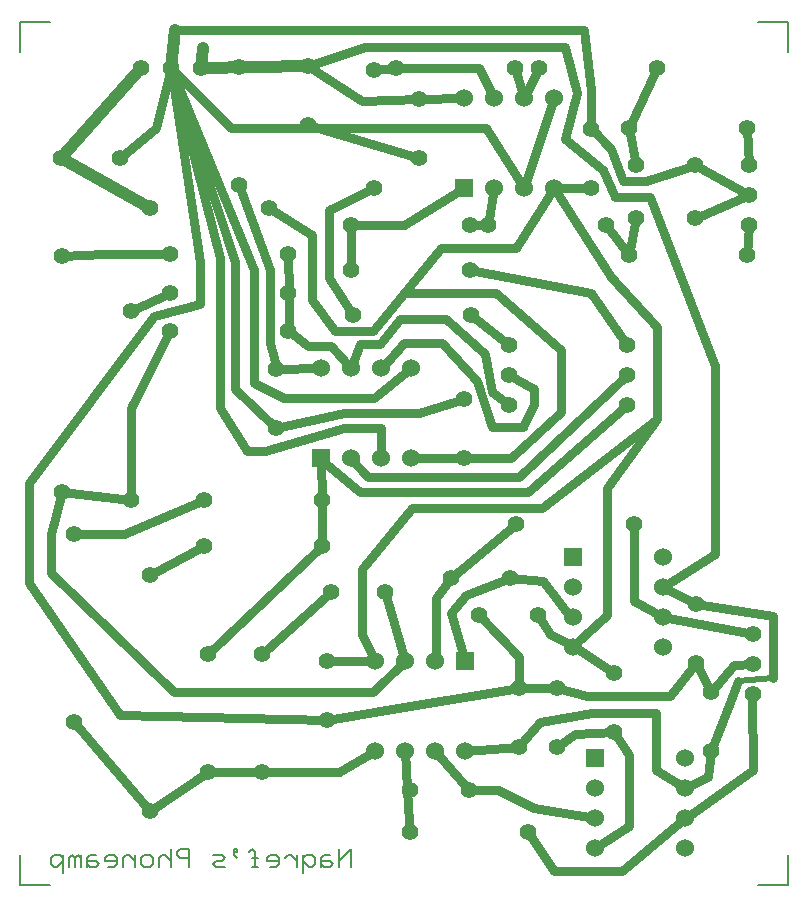
<source format=gbr>
G04 GERBER ASCII OUTPUT FROM: EDWIN32 (VER. 1.0 REV. 990515)*
G04 GERBER FORMAT: RX-274-X*
G04 BOARD: HÖRLUR3*
G04 ARTWORK OF SOLD.LAYER POSITIVE*
%ASAXBY*%
%FSLAX32Y32*%
%MIA0B0*%
%MOMM*%
%OFA0.000B0.000*%
%SFA1B1*%
%IJA0B0*%
%INLAYER29POS*%
%IOA0B0*%
%IPPOS*%
%IR0*%
G04 APERTURE LIST*
%ADD12C,0.051*%
%ADD13R,0.051X0.051*%
%ADD14C,0.076*%
%ADD15R,0.076X0.076*%
%ADD16C,0.102*%
%ADD17R,0.102X0.102*%
%ADD18C,0.127*%
%ADD19R,0.127X0.127*%
%ADD20C,0.203*%
%ADD22C,0.203*%
%ADD24C,0.305*%
%ADD26C,0.330*%
%ADD28C,0.508*%
%ADD30C,0.737*%
%ADD32C,0.762*%
%ADD34C,0.813*%
%ADD36C,0.813*%
%ADD38C,0.914*%
%ADD40C,0.940*%
%ADD42C,1.016*%
%ADD44C,1.118*%
%ADD46C,1.372*%
%ADD48C,1.422*%
%ADD49R,1.422X1.422*%
%ADD50C,1.524*%
%ADD51R,1.524X1.524*%
%ADD52C,1.575*%
%ADD54C,1.626*%
%ADD56C,1.778*%
%ADD57R,1.778X1.778*%
%ADD58C,1.930*%
%ADD59R,1.930X1.930*%
%ADD60C,2.032*%
%ADD61R,2.032X2.032*%
%ADD62C,2.134*%
%ADD63R,2.134X2.134*%
%ADD64C,2.184*%
%ADD65R,2.184X2.184*%
%ADD66C,2.286*%
%ADD67R,2.286X2.286*%
%ADD68C,2.388*%
%ADD69R,2.388X2.388*%
%ADD70C,2.438*%
%ADD71R,2.438X2.438*%
%ADD72C,2.540*%
%ADD73R,2.540X2.540*%
%ADD74C,2.642*%
%ADD76C,2.794*%
%ADD78C,2.896*%
%ADD80C,3.048*%
%ADD82C,3.150*%
%ADD84C,3.404*%
G04*
D18* 
X0Y0D02*
X0Y254D01*
X0Y7300D02*
X0Y7046D01*
X0Y7300D02*
X254Y7300D01*
X6500Y7300D02*
X6246Y7300D01*
X6500Y7300D02*
X6500Y7046D01*
X6500Y0D02*
X6500Y254D01*
X6500Y0D02*
X6246Y0D01*
X0Y0D02*
X254Y0D01*
D51* 
X3758Y5900D02*D03*
D50* 
X4012Y5900D02*D03*
X4266Y5900D02*D03*
X4520Y5900D02*D03*
X4520Y6662D02*D03*
X4266Y6662D02*D03*
X4012Y6662D02*D03*
X3758Y6662D02*D03*
D48* 
X2600Y1393D02*D03*
X2600Y1893D02*D03*
X4225Y1165D02*D03*
X4225Y1665D02*D03*
X2171Y3868D02*D03*
X2171Y4368D02*D03*
X3758Y3614D02*D03*
X3758Y4114D02*D03*
X4838Y5900D02*D03*
X4838Y6400D02*D03*
X3377Y6154D02*D03*
X3377Y6654D02*D03*
X5219Y5646D02*D03*
X5719Y5646D02*D03*
X5219Y6090D02*D03*
X5719Y6090D02*D03*
X1105Y625D02*D03*
X1105Y2625D02*D03*
X358Y5323D02*D03*
X358Y3323D02*D03*
X455Y1373D02*D03*
X455Y2973D02*D03*
X943Y4858D02*D03*
X943Y3258D02*D03*
X850Y6150D02*D03*
X350Y6150D02*D03*
X2438Y6930D02*D03*
X2438Y6430D02*D03*
X4139Y4312D02*D03*
X4139Y4566D02*D03*
X4139Y4058D02*D03*
X5139Y4312D02*D03*
X5139Y4565D02*D03*
X5139Y4059D02*D03*
X5720Y1880D02*D03*
X5720Y2380D02*D03*
X3888Y2283D02*D03*
X4388Y2283D02*D03*
D51* 
X4680Y2770D02*D03*
D50* 
X4680Y2516D02*D03*
X4680Y2262D02*D03*
X4680Y2008D02*D03*
X5442Y2008D02*D03*
X5442Y2262D02*D03*
X5442Y2516D02*D03*
X5442Y2770D02*D03*
D51* 
X4872Y1070D02*D03*
D50* 
X4872Y816D02*D03*
X4872Y562D02*D03*
X4872Y308D02*D03*
X5634Y308D02*D03*
X5634Y562D02*D03*
X5634Y816D02*D03*
X5634Y1070D02*D03*
D51* 
X3770Y1893D02*D03*
D50* 
X3516Y1893D02*D03*
X3262Y1893D02*D03*
X3008Y1893D02*D03*
X3008Y1131D02*D03*
X3262Y1131D02*D03*
X3516Y1131D02*D03*
X3770Y1131D02*D03*
D51* 
X2552Y3614D02*D03*
D50* 
X2806Y3614D02*D03*
X3060Y3614D02*D03*
X3314Y3614D02*D03*
X3314Y4376D02*D03*
X3060Y4376D02*D03*
X2806Y4376D02*D03*
X2552Y4376D02*D03*
D48* 
X5155Y6408D02*D03*
X6155Y6408D02*D03*
X5155Y5328D02*D03*
X6155Y5328D02*D03*
X4393Y6916D02*D03*
X5393Y6916D02*D03*
X4965Y5582D02*D03*
X3965Y5582D02*D03*
X3187Y6916D02*D03*
X4187Y6916D02*D03*
X2806Y5582D02*D03*
X3806Y5582D02*D03*
X2822Y4820D02*D03*
X3822Y4820D02*D03*
X2806Y5201D02*D03*
X3806Y5201D02*D03*
X1268Y5338D02*D03*
X2268Y5338D02*D03*
X1853Y5923D02*D03*
X1853Y6923D02*D03*
X1105Y5728D02*D03*
X2105Y5728D02*D03*
X2996Y5900D02*D03*
X2996Y6900D02*D03*
X1560Y2868D02*D03*
X2560Y2868D02*D03*
X1268Y5013D02*D03*
X2268Y5013D02*D03*
X1560Y3258D02*D03*
X2560Y3258D02*D03*
X1268Y4688D02*D03*
X2268Y4688D02*D03*
X1593Y950D02*D03*
X1593Y1950D02*D03*
X2048Y950D02*D03*
X2048Y1950D02*D03*
X3088Y2478D02*D03*
X2633Y2478D02*D03*
X6171Y5582D02*D03*
X6171Y5836D02*D03*
X6171Y6090D02*D03*
X6208Y1612D02*D03*
X6208Y1866D02*D03*
X6208Y2120D02*D03*
X1536Y6916D02*D03*
X1282Y6916D02*D03*
X1028Y6916D02*D03*
X4550Y1165D02*D03*
X4550Y1665D02*D03*
X5850Y1633D02*D03*
X5850Y1133D02*D03*
X5031Y1292D02*D03*
X5031Y1792D02*D03*
X3650Y2600D02*D03*
X4150Y2600D02*D03*
X3300Y800D02*D03*
X3800Y800D02*D03*
X3300Y450D02*D03*
X4300Y450D02*D03*
X4200Y3050D02*D03*
X5200Y3050D02*D03*
D42* 
X1536Y6916D02*
X2438Y6930D01*
D32* 
X1282Y6916D02*
X1155Y6408D01*
X850Y6150D01*
X1282Y6916D02*
X1790Y6408D01*
X2171Y6408D01*
X4266Y5900D02*
X3949Y6408D01*
X3123Y6408D01*
X2171Y6408D01*
X3377Y6654D02*
X2893Y6638D01*
X2438Y6930D01*
X2806Y5582D02*
X2806Y5201D01*
X6171Y6090D02*
X6155Y6408D01*
X6171Y5582D02*
X6155Y5328D01*
X5719Y6090D02*
X6171Y5836D01*
X5727Y5646D01*
X5155Y6408D02*
X5219Y6090D01*
X5219Y5646D02*
X5155Y5328D01*
X5727Y6090D02*
X5298Y5955D01*
X5103Y5955D01*
X5000Y6225D01*
X4838Y6408D01*
X4838Y5900D02*
X4520Y5900D01*
X3377Y6654D02*
X3758Y6662D01*
X4520Y6662D02*
X4266Y5900D01*
X3314Y3614D02*
X3758Y3614D01*
X2171Y4368D02*
X2552Y4376D01*
X4520Y5900D02*
X4203Y5392D01*
X3568Y5392D01*
X2990Y4688D01*
X2665Y4688D01*
X2470Y4948D01*
X2470Y5500D01*
X2105Y5728D01*
D42* 
X1028Y6916D02*
X350Y6150D01*
X1105Y5728D01*
D32* 
X2996Y5900D02*
X2615Y5709D01*
X2615Y5138D01*
X2822Y4820D01*
X3822Y4820D02*
X4139Y4566D01*
X3187Y6916D02*
X2996Y6900D01*
D42* 
X1282Y6916D02*
X1310Y7239D01*
D32* 
X4776Y7239D01*
X4838Y6725D01*
X4838Y6408D01*
X3806Y5201D02*
X4838Y5011D01*
X5139Y4565D01*
X2438Y6430D02*
X3377Y6154D01*
X5155Y6408D02*
X5393Y6916D01*
X4393Y6916D02*
X4266Y6662D01*
X4187Y6916D01*
X3187Y6916D02*
X3885Y6916D01*
X4012Y6662D01*
X5155Y5328D02*
X4965Y5582D01*
X4012Y5900D02*
X3965Y5582D01*
X3806Y5582D01*
X3758Y5900D02*
X3250Y5582D01*
X2806Y5582D01*
X2268Y5338D02*
X2275Y5013D01*
X2275Y4688D01*
X2438Y4558D01*
X2633Y4558D01*
X2806Y4376D01*
X1853Y5923D02*
X2113Y5208D01*
X2113Y4590D01*
X2178Y4363D01*
X3250Y5013D02*
X4030Y5013D01*
X4583Y4525D01*
X4583Y4005D01*
X4160Y3615D01*
X3770Y3615D01*
X2535Y3615D02*
X2875Y3325D01*
X4300Y3325D01*
X5139Y4059D01*
X2795Y3615D02*
X2950Y3450D01*
X4225Y3450D01*
X5139Y4312D01*
X3055Y4363D02*
X3250Y4590D01*
X3575Y4590D01*
X3868Y4265D01*
X3998Y3875D01*
X4258Y3875D01*
X4355Y4070D01*
X4355Y4200D01*
X4139Y4312D01*
X4128Y4070D02*
X3998Y4168D01*
X3933Y4493D01*
X3608Y4785D01*
X3218Y4785D01*
X3050Y4575D01*
X2875Y4575D01*
X2806Y4376D01*
X3060Y3614D02*
X3060Y3868D01*
X2742Y3868D01*
X2075Y3675D01*
X1925Y3675D01*
X1690Y4038D01*
X1690Y5305D01*
X1282Y6916D01*
X3314Y4376D02*
X2996Y4122D01*
X2234Y4122D01*
X1980Y4249D01*
X1983Y5208D01*
X1282Y6916D01*
X3758Y4114D02*
X3377Y3995D01*
X2742Y3995D01*
X2171Y3868D01*
X1820Y4200D01*
X1820Y5273D01*
X1282Y6916D01*
X1268Y5338D02*
X715Y5338D01*
X358Y5323D01*
X1268Y5013D02*
X943Y4858D01*
X1268Y4688D02*
X943Y4038D01*
X943Y3258D01*
X358Y3323D01*
X5442Y2516D02*
X5720Y2380D01*
X6375Y2275D01*
X6375Y1750D01*
D28* 
X6075Y1725D01*
D32* 
X6000Y1525D01*
X5850Y1133D01*
X5826Y911D01*
X5634Y816D01*
X5442Y2262D02*
X6208Y2120D01*
X2560Y3258D02*
X2560Y2868D01*
X4680Y2023D02*
X4973Y2283D01*
X4973Y3355D01*
X5395Y3940D01*
X4225Y1178D02*
X4400Y1375D01*
X4840Y1451D01*
X5381Y1451D01*
X5381Y974D01*
X5634Y816D01*
X2438Y6930D02*
X2925Y7093D01*
X4615Y7093D01*
X4713Y6703D01*
X4615Y6313D01*
X4940Y6053D01*
X5038Y5825D01*
X5330Y5825D01*
X5883Y4395D01*
X5883Y2803D01*
X5442Y2516D01*
X4225Y1165D02*
X3770Y1131D01*
X2048Y950D02*
X2698Y950D01*
X3008Y1131D01*
X358Y3323D02*
X260Y2965D01*
X260Y2640D01*
X1300Y1633D01*
X2990Y1633D01*
X3262Y1893D01*
X3088Y2478D01*
X1282Y6916D02*
X1528Y5273D01*
X1528Y4915D01*
X1138Y4818D01*
X75Y3400D01*
X75Y2550D01*
X845Y1438D01*
X2600Y1393D01*
X3250Y1503D01*
X4225Y1665D01*
X4550Y1665D01*
D28* 
X4550Y1665D01*
D32* 
X4800Y1600D01*
X5500Y1600D01*
X5720Y1880D01*
X5850Y1633D01*
X6045Y1860D01*
X6208Y1866D01*
X2552Y3614D02*
X2560Y3258D01*
X2560Y2868D02*
X1593Y1950D01*
X1560Y3258D02*
X878Y2965D01*
X455Y2973D01*
X1560Y2868D02*
X1105Y2625D01*
X455Y1373D02*
X1105Y625D01*
X1593Y950D01*
X2048Y950D01*
X2048Y1950D02*
X2633Y2478D01*
X4520Y5900D02*
X5005Y5143D01*
X5395Y4720D01*
X5395Y3940D01*
D28* 
X5395Y3940D01*
D32* 
X4420Y3193D01*
X3315Y3193D01*
X2893Y2673D01*
X2893Y2120D01*
X3008Y1893D01*
X2600Y1893D01*
X6200Y1600D02*
X6207Y974D01*
X5635Y561D01*
X4388Y2283D02*
X4485Y2120D01*
X4680Y2023D01*
X4225Y1665D02*
X4225Y1925D01*
X3888Y2283D01*
X4550Y1165D02*
X4700Y1275D01*
X5031Y1292D01*
X5158Y1101D01*
X5158Y497D01*
X4872Y308D01*
X5031Y1792D02*
X4675Y2025D01*
X3516Y1131D02*
X3800Y800D01*
X4050Y800D01*
X4350Y650D01*
X4872Y562D01*
X3262Y1131D02*
X3283Y658D01*
X3300Y450D01*
X4300Y450D02*
X4522Y116D01*
X5094Y116D01*
X5634Y562D01*
X5200Y3050D02*
X5200Y2400D01*
X5442Y2262D01*
X4200Y3050D02*
X3650Y2600D01*
X3525Y2425D01*
X3525Y1900D01*
X3770Y1893D02*
X3650Y2300D01*
X3775Y2450D01*
X4150Y2600D01*
X4425Y2575D01*
X4675Y2250D01*
D42* 
X1547Y7080D02*
X1536Y6916D01*
D20* 
X2800Y150D02*
X2800Y302D01*
X2698Y201D01*
X2698Y302D02*
X2698Y150D01*
X2622Y252D02*
X2571Y252D01*
X2546Y226D01*
X2546Y150D01*
X2546Y175D02*
X2571Y150D01*
X2622Y150D01*
X2648Y175D01*
X2622Y201D01*
X2546Y201D01*
X2394Y201D02*
X2444Y150D01*
X2470Y150D01*
X2495Y175D01*
X2495Y226D01*
X2470Y252D01*
X2419Y252D01*
X2394Y226D01*
X2394Y252D02*
X2394Y99D01*
X2343Y150D02*
X2343Y252D01*
X2343Y201D02*
X2292Y252D01*
X2267Y252D01*
X2241Y226D01*
X2190Y201D02*
X2089Y201D01*
X2089Y226D01*
X2114Y252D01*
X2165Y252D01*
X2190Y226D01*
X2190Y175D01*
X2165Y150D01*
X2114Y150D01*
X1936Y277D02*
X1962Y302D01*
X1987Y277D01*
X1987Y150D01*
X1962Y150D02*
X2013Y150D01*
X2013Y226D02*
X1962Y226D01*
X1809Y277D02*
X1835Y277D01*
X1835Y302D01*
X1809Y302D01*
X1809Y252D01*
X1835Y226D01*
X1733Y150D02*
X1657Y150D01*
X1632Y175D01*
X1657Y201D01*
X1708Y201D01*
X1733Y226D01*
X1708Y252D01*
X1632Y252D01*
X1428Y150D02*
X1428Y302D01*
X1352Y302D01*
X1327Y277D01*
X1327Y252D01*
X1352Y226D01*
X1428Y226D01*
X1276Y150D02*
X1276Y302D01*
X1276Y201D02*
X1225Y252D01*
X1200Y252D01*
X1174Y226D01*
X1174Y150D01*
X1124Y175D02*
X1124Y226D01*
X1098Y252D01*
X1047Y252D01*
X1022Y226D01*
X1022Y175D01*
X1047Y150D01*
X1098Y150D01*
X1124Y175D01*
X971Y150D02*
X971Y252D01*
X971Y201D02*
X920Y252D01*
X895Y252D01*
X870Y226D01*
X870Y150D01*
X819Y201D02*
X717Y201D01*
X717Y226D01*
X743Y252D01*
X793Y252D01*
X819Y226D01*
X819Y175D01*
X793Y150D01*
X743Y150D01*
X641Y252D02*
X590Y252D01*
X565Y226D01*
X565Y150D01*
X565Y175D02*
X590Y150D01*
X641Y150D01*
X666Y175D01*
X641Y201D01*
X565Y201D01*
X514Y150D02*
X514Y252D01*
X514Y226D02*
X489Y252D01*
X463Y226D01*
X463Y150D01*
X463Y226D02*
X438Y252D01*
X412Y226D01*
X412Y150D01*
X362Y99D02*
X362Y252D01*
X362Y226D02*
X336Y252D01*
X285Y252D01*
X260Y226D01*
X260Y175D01*
X285Y150D01*
X311Y150D01*
X362Y201D01*
M02*

</source>
